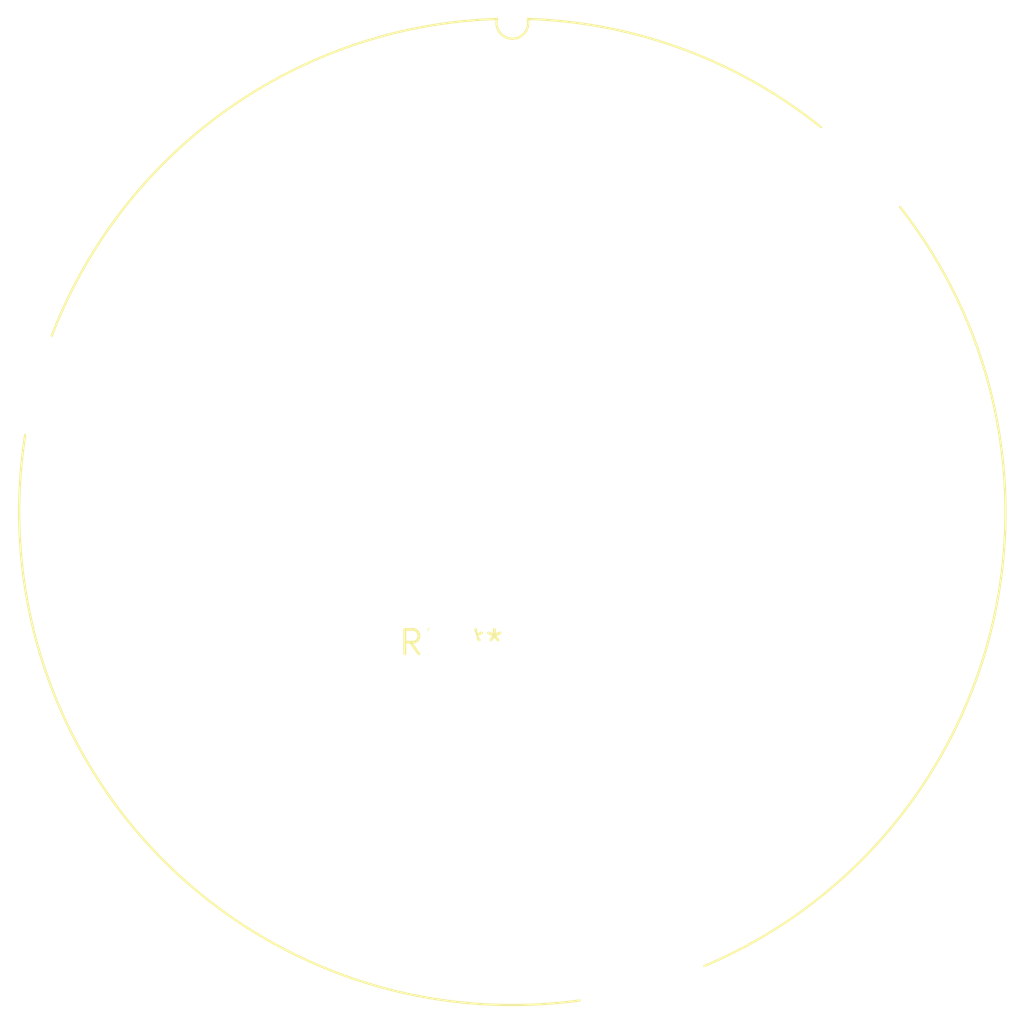
<source format=kicad_pcb>
(kicad_pcb (version 20240108) (generator pcbnew)
  (layers (0 "F.Cu" signal) (31 "B.Cu" signal) (34 "B.Paste" user) (35 "F.Paste" user) (36 "B.SilkS" user "B.Silkscreen") (37 "F.SilkS" user "F.Silkscreen") (38 "B.Mask" user) (39 "F.Mask" user) (44 "Edge.Cuts" user))
  (net 0 "")
  (footprint "L_CommonMode_VAC_T60405-S6123-X140" (layer "F.Cu") (at 0 0)
    (property "Reference" "REF**")
    (property "Value" "L_CommonMode_VAC_T60405-S6123-X140")
    (fp_arc (start -20.776007 -15.952412) (mid -11.692182 -27.690731) (end 2.374076 -32.428281) (layer "F.SilkS") (stroke (width 0.12)))
    (fp_arc (start 3.973992 -32.430985) (mid 3.173992 -31.402412) (end 2.373992 -32.430985) (layer "F.SilkS") (stroke (width 0.12)))
    (fp_arc (start 3.973992 -32.430985) (mid 12.052701 -30.857188) (end 19.216585 -26.804886) (layer "F.SilkS") (stroke (width 0.12)))
    (fp_arc (start 6.673992 18.597588) (mid -15.133842 11.149764) (end -22.155118 -10.799117) (layer "F.SilkS") (stroke (width 0.12)))
    (fp_arc (start 23.323992 -22.652412) (mid 28.000275 -0.407053) (end 13.158224 16.810296) (layer "F.SilkS") (stroke (width 0.12)))
    (pad "1" thru_hole roundrect (at 0 0 335) (size 5.7 5.7) (drill 2.7) (layers *.Cu *.Mask) (remove_unused_layers))
    (pad "2" thru_hole circle (at -19.52962 -12.879556) (size 5.7 5.7) (drill 2.7) (layers *.Cu *.Mask) (remove_unused_layers))
    (pad "3" thru_hole circle (at -1.132186 -12.940948 250) (size 5.7 5.7) (drill 2.7) (layers *.Cu *.Mask) (remove_unused_layers))
    (pad "4" thru_hole circle (at 19.786646 -23.414317) (size 5.7 5.7) (drill 2.7) (layers *.Cu *.Mask) (remove_unused_layers))
    (pad "5" thru_hole circle (at 10.641097 -7.450976) (size 5.7 5.7) (drill 2.7) (layers *.Cu *.Mask) (remove_unused_layers))
    (pad "6" thru_hole circle (at 9.251885 15.901949) (size 5.7 5.7) (drill 2.7) (layers *.Cu *.Mask) (remove_unused_layers))
  )
)
</source>
